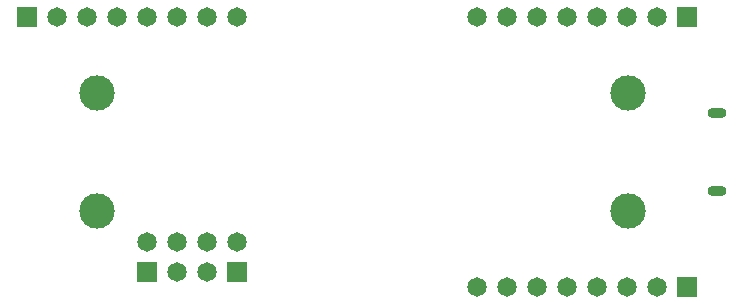
<source format=gbr>
%TF.GenerationSoftware,KiCad,Pcbnew,(5.1.7)-1*%
%TF.CreationDate,2020-12-19T10:57:03+09:00*%
%TF.ProjectId,pcbkicad,7063626b-6963-4616-942e-6b696361645f,rev?*%
%TF.SameCoordinates,Original*%
%TF.FileFunction,Soldermask,Bot*%
%TF.FilePolarity,Negative*%
%FSLAX46Y46*%
G04 Gerber Fmt 4.6, Leading zero omitted, Abs format (unit mm)*
G04 Created by KiCad (PCBNEW (5.1.7)-1) date 2020-12-19 10:57:03*
%MOMM*%
%LPD*%
G01*
G04 APERTURE LIST*
%ADD10C,3.000000*%
%ADD11O,1.600000X0.900000*%
%ADD12R,1.651000X1.651000*%
%ADD13C,1.651000*%
G04 APERTURE END LIST*
D10*
%TO.C,REF4*%
X137242000Y-95190500D03*
%TD*%
%TO.C,REF1*%
X137242000Y-85190500D03*
%TD*%
%TO.C,REF2*%
X92241500Y-85190500D03*
%TD*%
%TO.C,REF3*%
X92241500Y-95190500D03*
%TD*%
D11*
%TO.C,USB1*%
X144780000Y-86870000D03*
X144780000Y-93470000D03*
%TD*%
D12*
%TO.C,J1*%
X104140000Y-100330000D03*
D13*
X101600000Y-100330000D03*
X99060000Y-100330000D03*
D12*
X96520000Y-100330000D03*
D13*
X96520000Y-97790000D03*
X99060000Y-97790000D03*
X101600000Y-97790000D03*
X104140000Y-97790000D03*
%TD*%
%TO.C,CN3*%
X124460000Y-101600000D03*
X127000000Y-101600000D03*
X129540000Y-101600000D03*
X132080000Y-101600000D03*
X134620000Y-101600000D03*
X137160000Y-101600000D03*
X139700000Y-101600000D03*
D12*
X142240000Y-101600000D03*
%TD*%
%TO.C,CN1*%
X142240000Y-78740000D03*
D13*
X139700000Y-78740000D03*
X137160000Y-78740000D03*
X134620000Y-78740000D03*
X132080000Y-78740000D03*
X129540000Y-78740000D03*
X127000000Y-78740000D03*
X124460000Y-78740000D03*
%TD*%
D12*
%TO.C,CN2*%
X86360000Y-78740000D03*
D13*
X88900000Y-78740000D03*
X91440000Y-78740000D03*
X93980000Y-78740000D03*
X96520000Y-78740000D03*
X99060000Y-78740000D03*
X101600000Y-78740000D03*
X104140000Y-78740000D03*
%TD*%
M02*

</source>
